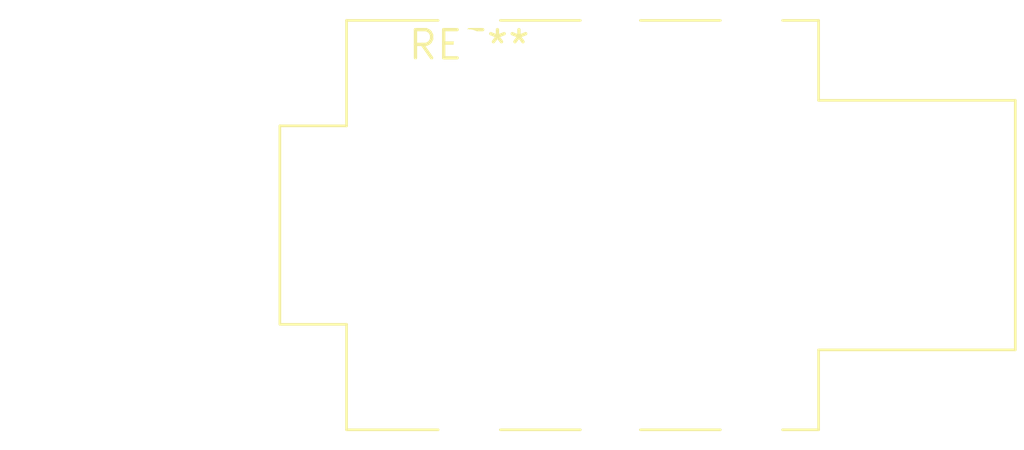
<source format=kicad_pcb>
(kicad_pcb (version 20240108) (generator pcbnew)
  (layers (0 "F.Cu" signal) (31 "B.Cu" signal) (34 "B.Paste" user) (35 "F.Paste" user) (36 "B.SilkS" user "B.Silkscreen") (37 "F.SilkS" user "F.Silkscreen") (38 "B.Mask" user) (39 "F.Mask" user) (44 "Edge.Cuts" user))
  (net 0 "")
  (footprint "Jack_6.35mm_Neutrik_NMJ6HFD3_Horizontal" (layer "F.Cu") (at 0 0)
    (property "Reference" "REF**")
    (property "Value" "Jack_6.35mm_Neutrik_NMJ6HFD3_Horizontal")
    (fp_line (start -8.52 3.645) (end -5.52 3.645) (layer "F.SilkS") (stroke (width 0.12)))
    (fp_line (start -8.52 12.545) (end -8.52 3.645) (layer "F.SilkS") (stroke (width 0.12)))
    (fp_line (start -8.52 12.585) (end -5.52 12.585) (layer "F.SilkS") (stroke (width 0.12)))
    (fp_line (start -5.52 -1.105) (end -1.4 -1.105) (layer "F.SilkS") (stroke (width 0.12)))
    (fp_line (start -5.52 3.645) (end -5.52 -1.105) (layer "F.SilkS") (stroke (width 0.12)))
    (fp_line (start -5.52 17.335) (end -5.52 12.585) (layer "F.SilkS") (stroke (width 0.12)))
    (fp_line (start -1.4 17.335) (end -5.52 17.335) (layer "F.SilkS") (stroke (width 0.12)))
    (fp_line (start 1.4 -1.105) (end 5 -1.105) (layer "F.SilkS") (stroke (width 0.12)))
    (fp_line (start 5 17.335) (end 1.4 17.335) (layer "F.SilkS") (stroke (width 0.12)))
    (fp_line (start 7.7 -1.105) (end 11.3 -1.105) (layer "F.SilkS") (stroke (width 0.12)))
    (fp_line (start 11.3 17.335) (end 7.7 17.335) (layer "F.SilkS") (stroke (width 0.12)))
    (fp_line (start 15.72 -1.105) (end 14.1 -1.105) (layer "F.SilkS") (stroke (width 0.12)))
    (fp_line (start 15.72 2.495) (end 15.72 -1.105) (layer "F.SilkS") (stroke (width 0.12)))
    (fp_line (start 15.72 2.495) (end 24.57 2.495) (layer "F.SilkS") (stroke (width 0.12)))
    (fp_line (start 15.72 13.735) (end 24.57 13.735) (layer "F.SilkS") (stroke (width 0.12)))
    (fp_line (start 15.72 17.335) (end 14.1 17.335) (layer "F.SilkS") (stroke (width 0.12)))
    (fp_line (start 15.72 17.335) (end 15.72 13.735) (layer "F.SilkS") (stroke (width 0.12)))
    (fp_line (start 24.57 13.735) (end 24.57 2.495) (layer "F.SilkS") (stroke (width 0.12)))
    (pad "R" thru_hole circle (at 6.35 0) (size 3 3) (drill 1.4) (layers *.Cu *.Mask) (remove_unused_layers))
    (pad "RN" thru_hole circle (at 6.35 16.23) (size 3 3) (drill 1.4) (layers *.Cu *.Mask) (remove_unused_layers))
    (pad "S" thru_hole circle (at 12.7 0) (size 3 3) (drill 1.4) (layers *.Cu *.Mask) (remove_unused_layers))
    (pad "SN" thru_hole circle (at 12.7 16.23) (size 3 3) (drill 1.4) (layers *.Cu *.Mask) (remove_unused_layers))
    (pad "T" thru_hole circle (at 0 0) (size 3 3) (drill 1.4) (layers *.Cu *.Mask) (remove_unused_layers))
    (pad "TN" thru_hole circle (at 0 16.23) (size 3 3) (drill 1.4) (layers *.Cu *.Mask) (remove_unused_layers))
  )
)
</source>
